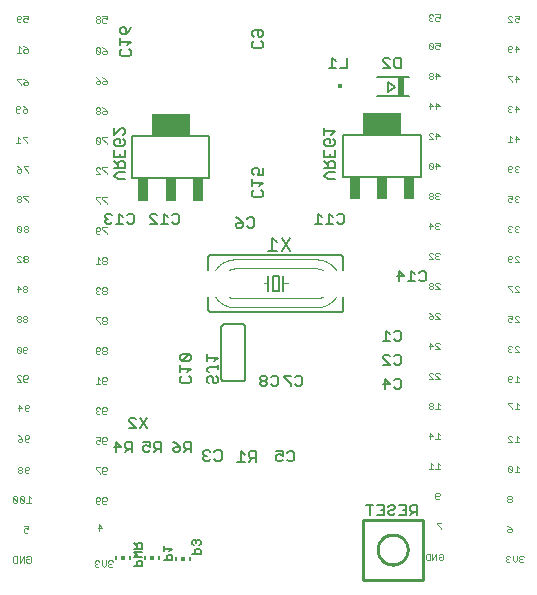
<source format=gbr>
G04 EAGLE Gerber RS-274X export*
G75*
%MOMM*%
%FSLAX34Y34*%
%LPD*%
%INSilkscreen Bottom*%
%IPPOS*%
%AMOC8*
5,1,8,0,0,1.08239X$1,22.5*%
G01*
%ADD10C,0.076200*%
%ADD11C,0.127000*%
%ADD12C,0.152400*%
%ADD13R,0.400000X0.300000*%
%ADD14R,0.150000X0.300000*%
%ADD15R,0.300000X0.300000*%
%ADD16C,0.218400*%
%ADD17C,0.203200*%
%ADD18R,3.200400X1.854200*%
%ADD19R,0.863600X1.854200*%
%ADD20C,0.050800*%
%ADD21R,0.500000X1.600000*%


D10*
X12570Y479176D02*
X16129Y479176D01*
X16129Y476506D01*
X14350Y477396D01*
X13460Y477396D01*
X12570Y476506D01*
X12570Y474727D01*
X13460Y473837D01*
X15239Y473837D01*
X16129Y474727D01*
X10516Y474727D02*
X9626Y473837D01*
X7847Y473837D01*
X6957Y474727D01*
X6957Y478286D01*
X7847Y479176D01*
X9626Y479176D01*
X10516Y478286D01*
X10516Y477396D01*
X9626Y476506D01*
X6957Y476506D01*
X12570Y453522D02*
X14350Y452632D01*
X16129Y450852D01*
X16129Y449073D01*
X15239Y448183D01*
X13460Y448183D01*
X12570Y449073D01*
X12570Y449963D01*
X13460Y450852D01*
X16129Y450852D01*
X10516Y451742D02*
X8736Y453522D01*
X8736Y448183D01*
X6957Y448183D02*
X10516Y448183D01*
X12570Y425836D02*
X14350Y424946D01*
X16129Y423166D01*
X16129Y421387D01*
X15239Y420497D01*
X13460Y420497D01*
X12570Y421387D01*
X12570Y422277D01*
X13460Y423166D01*
X16129Y423166D01*
X10516Y425836D02*
X6957Y425836D01*
X6957Y424946D01*
X10516Y421387D01*
X10516Y420497D01*
X12062Y402722D02*
X13842Y401832D01*
X15621Y400052D01*
X15621Y398273D01*
X14731Y397383D01*
X12952Y397383D01*
X12062Y398273D01*
X12062Y399163D01*
X12952Y400052D01*
X15621Y400052D01*
X10008Y398273D02*
X9118Y397383D01*
X7339Y397383D01*
X6449Y398273D01*
X6449Y401832D01*
X7339Y402722D01*
X9118Y402722D01*
X10008Y401832D01*
X10008Y400942D01*
X9118Y400052D01*
X6449Y400052D01*
X12062Y377068D02*
X15621Y377068D01*
X12062Y377068D02*
X12062Y376178D01*
X15621Y372619D01*
X15621Y371729D01*
X10008Y375288D02*
X8228Y377068D01*
X8228Y371729D01*
X6449Y371729D02*
X10008Y371729D01*
X12824Y351922D02*
X16383Y351922D01*
X12824Y351922D02*
X12824Y351032D01*
X16383Y347473D01*
X16383Y346583D01*
X8990Y351032D02*
X7211Y351922D01*
X8990Y351032D02*
X10770Y349252D01*
X10770Y347473D01*
X9880Y346583D01*
X8101Y346583D01*
X7211Y347473D01*
X7211Y348363D01*
X8101Y349252D01*
X10770Y349252D01*
X12570Y326776D02*
X16129Y326776D01*
X12570Y326776D02*
X12570Y325886D01*
X16129Y322327D01*
X16129Y321437D01*
X10516Y325886D02*
X9626Y326776D01*
X7847Y326776D01*
X6957Y325886D01*
X6957Y324996D01*
X7847Y324106D01*
X6957Y323217D01*
X6957Y322327D01*
X7847Y321437D01*
X9626Y321437D01*
X10516Y322327D01*
X10516Y323217D01*
X9626Y324106D01*
X10516Y324996D01*
X10516Y325886D01*
X9626Y324106D02*
X7847Y324106D01*
X15493Y301376D02*
X16383Y300486D01*
X15493Y301376D02*
X13714Y301376D01*
X12824Y300486D01*
X12824Y299596D01*
X13714Y298706D01*
X12824Y297817D01*
X12824Y296927D01*
X13714Y296037D01*
X15493Y296037D01*
X16383Y296927D01*
X16383Y297817D01*
X15493Y298706D01*
X16383Y299596D01*
X16383Y300486D01*
X15493Y298706D02*
X13714Y298706D01*
X10770Y296927D02*
X10770Y300486D01*
X9880Y301376D01*
X8101Y301376D01*
X7211Y300486D01*
X7211Y296927D01*
X8101Y296037D01*
X9880Y296037D01*
X10770Y296927D01*
X7211Y300486D01*
X15239Y276230D02*
X16129Y275340D01*
X15239Y276230D02*
X13460Y276230D01*
X12570Y275340D01*
X12570Y274450D01*
X13460Y273560D01*
X12570Y272671D01*
X12570Y271781D01*
X13460Y270891D01*
X15239Y270891D01*
X16129Y271781D01*
X16129Y272671D01*
X15239Y273560D01*
X16129Y274450D01*
X16129Y275340D01*
X15239Y273560D02*
X13460Y273560D01*
X10516Y270891D02*
X6957Y270891D01*
X10516Y270891D02*
X6957Y274450D01*
X6957Y275340D01*
X7847Y276230D01*
X9626Y276230D01*
X10516Y275340D01*
X14985Y250830D02*
X15875Y249940D01*
X14985Y250830D02*
X13206Y250830D01*
X12316Y249940D01*
X12316Y249050D01*
X13206Y248160D01*
X12316Y247271D01*
X12316Y246381D01*
X13206Y245491D01*
X14985Y245491D01*
X15875Y246381D01*
X15875Y247271D01*
X14985Y248160D01*
X15875Y249050D01*
X15875Y249940D01*
X14985Y248160D02*
X13206Y248160D01*
X7593Y245491D02*
X7593Y250830D01*
X10262Y248160D01*
X6703Y248160D01*
X14985Y225176D02*
X15875Y224286D01*
X14985Y225176D02*
X13206Y225176D01*
X12316Y224286D01*
X12316Y223396D01*
X13206Y222506D01*
X12316Y221617D01*
X12316Y220727D01*
X13206Y219837D01*
X14985Y219837D01*
X15875Y220727D01*
X15875Y221617D01*
X14985Y222506D01*
X15875Y223396D01*
X15875Y224286D01*
X14985Y222506D02*
X13206Y222506D01*
X10262Y224286D02*
X9372Y225176D01*
X7593Y225176D01*
X6703Y224286D01*
X6703Y223396D01*
X7593Y222506D01*
X6703Y221617D01*
X6703Y220727D01*
X7593Y219837D01*
X9372Y219837D01*
X10262Y220727D01*
X10262Y221617D01*
X9372Y222506D01*
X10262Y223396D01*
X10262Y224286D01*
X9372Y222506D02*
X7593Y222506D01*
X15875Y194819D02*
X14985Y193929D01*
X13206Y193929D01*
X12316Y194819D01*
X12316Y198378D01*
X13206Y199268D01*
X14985Y199268D01*
X15875Y198378D01*
X15875Y197488D01*
X14985Y196598D01*
X12316Y196598D01*
X10262Y194819D02*
X10262Y198378D01*
X9372Y199268D01*
X7593Y199268D01*
X6703Y198378D01*
X6703Y194819D01*
X7593Y193929D01*
X9372Y193929D01*
X10262Y194819D01*
X6703Y198378D01*
X16129Y170435D02*
X15239Y169545D01*
X13460Y169545D01*
X12570Y170435D01*
X12570Y173994D01*
X13460Y174884D01*
X15239Y174884D01*
X16129Y173994D01*
X16129Y173104D01*
X15239Y172214D01*
X12570Y172214D01*
X10516Y169545D02*
X6957Y169545D01*
X10516Y169545D02*
X6957Y173104D01*
X6957Y173994D01*
X7847Y174884D01*
X9626Y174884D01*
X10516Y173994D01*
X17145Y145289D02*
X16255Y144399D01*
X14476Y144399D01*
X13586Y145289D01*
X13586Y148848D01*
X14476Y149738D01*
X16255Y149738D01*
X17145Y148848D01*
X17145Y147958D01*
X16255Y147068D01*
X13586Y147068D01*
X8863Y144399D02*
X8863Y149738D01*
X11532Y147068D01*
X7973Y147068D01*
X17145Y119635D02*
X16255Y118745D01*
X14476Y118745D01*
X13586Y119635D01*
X13586Y123194D01*
X14476Y124084D01*
X16255Y124084D01*
X17145Y123194D01*
X17145Y122304D01*
X16255Y121414D01*
X13586Y121414D01*
X9752Y123194D02*
X7973Y124084D01*
X9752Y123194D02*
X11532Y121414D01*
X11532Y119635D01*
X10642Y118745D01*
X8863Y118745D01*
X7973Y119635D01*
X7973Y120525D01*
X8863Y121414D01*
X11532Y121414D01*
X17145Y93219D02*
X16255Y92329D01*
X14476Y92329D01*
X13586Y93219D01*
X13586Y96778D01*
X14476Y97668D01*
X16255Y97668D01*
X17145Y96778D01*
X17145Y95888D01*
X16255Y94998D01*
X13586Y94998D01*
X11532Y96778D02*
X10642Y97668D01*
X8863Y97668D01*
X7973Y96778D01*
X7973Y95888D01*
X8863Y94998D01*
X7973Y94109D01*
X7973Y93219D01*
X8863Y92329D01*
X10642Y92329D01*
X11532Y93219D01*
X11532Y94109D01*
X10642Y94998D01*
X11532Y95888D01*
X11532Y96778D01*
X10642Y94998D02*
X8863Y94998D01*
X16890Y72522D02*
X18669Y70742D01*
X16890Y72522D02*
X16890Y67183D01*
X18669Y67183D02*
X15110Y67183D01*
X13056Y68073D02*
X13056Y71632D01*
X12166Y72522D01*
X10387Y72522D01*
X9497Y71632D01*
X9497Y68073D01*
X10387Y67183D01*
X12166Y67183D01*
X13056Y68073D01*
X9497Y71632D01*
X7443Y71632D02*
X7443Y68073D01*
X7443Y71632D02*
X6553Y72522D01*
X4774Y72522D01*
X3884Y71632D01*
X3884Y68073D01*
X4774Y67183D01*
X6553Y67183D01*
X7443Y68073D01*
X3884Y71632D01*
X13078Y47122D02*
X16637Y47122D01*
X16637Y44452D01*
X14858Y45342D01*
X13968Y45342D01*
X13078Y44452D01*
X13078Y42673D01*
X13968Y41783D01*
X15747Y41783D01*
X16637Y42673D01*
X16000Y21722D02*
X15110Y20832D01*
X16000Y21722D02*
X17779Y21722D01*
X18669Y20832D01*
X18669Y17273D01*
X17779Y16383D01*
X16000Y16383D01*
X15110Y17273D01*
X15110Y19052D01*
X16890Y19052D01*
X13056Y16383D02*
X13056Y21722D01*
X9497Y16383D01*
X9497Y21722D01*
X7443Y21722D02*
X7443Y16383D01*
X4774Y16383D01*
X3884Y17273D01*
X3884Y20832D01*
X4774Y21722D01*
X7443Y21722D01*
X79372Y478922D02*
X82931Y478922D01*
X82931Y476252D01*
X81152Y477142D01*
X80262Y477142D01*
X79372Y476252D01*
X79372Y474473D01*
X80262Y473583D01*
X82041Y473583D01*
X82931Y474473D01*
X77318Y478032D02*
X76428Y478922D01*
X74649Y478922D01*
X73759Y478032D01*
X73759Y477142D01*
X74649Y476252D01*
X73759Y475363D01*
X73759Y474473D01*
X74649Y473583D01*
X76428Y473583D01*
X77318Y474473D01*
X77318Y475363D01*
X76428Y476252D01*
X77318Y477142D01*
X77318Y478032D01*
X76428Y476252D02*
X74649Y476252D01*
X79372Y452506D02*
X81152Y451616D01*
X82931Y449836D01*
X82931Y448057D01*
X82041Y447167D01*
X80262Y447167D01*
X79372Y448057D01*
X79372Y448947D01*
X80262Y449836D01*
X82931Y449836D01*
X77318Y448057D02*
X77318Y451616D01*
X76428Y452506D01*
X74649Y452506D01*
X73759Y451616D01*
X73759Y448057D01*
X74649Y447167D01*
X76428Y447167D01*
X77318Y448057D01*
X73759Y451616D01*
X79372Y427106D02*
X81152Y426216D01*
X82931Y424436D01*
X82931Y422657D01*
X82041Y421767D01*
X80262Y421767D01*
X79372Y422657D01*
X79372Y423547D01*
X80262Y424436D01*
X82931Y424436D01*
X75538Y426216D02*
X73759Y427106D01*
X75538Y426216D02*
X77318Y424436D01*
X77318Y422657D01*
X76428Y421767D01*
X74649Y421767D01*
X73759Y422657D01*
X73759Y423547D01*
X74649Y424436D01*
X77318Y424436D01*
X79372Y401706D02*
X81152Y400816D01*
X82931Y399036D01*
X82931Y397257D01*
X82041Y396367D01*
X80262Y396367D01*
X79372Y397257D01*
X79372Y398147D01*
X80262Y399036D01*
X82931Y399036D01*
X77318Y400816D02*
X76428Y401706D01*
X74649Y401706D01*
X73759Y400816D01*
X73759Y399926D01*
X74649Y399036D01*
X73759Y398147D01*
X73759Y397257D01*
X74649Y396367D01*
X76428Y396367D01*
X77318Y397257D01*
X77318Y398147D01*
X76428Y399036D01*
X77318Y399926D01*
X77318Y400816D01*
X76428Y399036D02*
X74649Y399036D01*
X79372Y376306D02*
X82931Y376306D01*
X79372Y376306D02*
X79372Y375416D01*
X82931Y371857D01*
X82931Y370967D01*
X77318Y371857D02*
X77318Y375416D01*
X76428Y376306D01*
X74649Y376306D01*
X73759Y375416D01*
X73759Y371857D01*
X74649Y370967D01*
X76428Y370967D01*
X77318Y371857D01*
X73759Y375416D01*
X79372Y350906D02*
X82931Y350906D01*
X79372Y350906D02*
X79372Y350016D01*
X82931Y346457D01*
X82931Y345567D01*
X77318Y345567D02*
X73759Y345567D01*
X77318Y345567D02*
X73759Y349126D01*
X73759Y350016D01*
X74649Y350906D01*
X76428Y350906D01*
X77318Y350016D01*
X79372Y325506D02*
X82931Y325506D01*
X79372Y325506D02*
X79372Y324616D01*
X82931Y321057D01*
X82931Y320167D01*
X77318Y325506D02*
X73759Y325506D01*
X73759Y324616D01*
X77318Y321057D01*
X77318Y320167D01*
X79372Y300106D02*
X82931Y300106D01*
X79372Y300106D02*
X79372Y299216D01*
X82931Y295657D01*
X82931Y294767D01*
X77318Y295657D02*
X76428Y294767D01*
X74649Y294767D01*
X73759Y295657D01*
X73759Y299216D01*
X74649Y300106D01*
X76428Y300106D01*
X77318Y299216D01*
X77318Y298326D01*
X76428Y297436D01*
X73759Y297436D01*
X82041Y274706D02*
X82931Y273816D01*
X82041Y274706D02*
X80262Y274706D01*
X79372Y273816D01*
X79372Y272926D01*
X80262Y272036D01*
X79372Y271147D01*
X79372Y270257D01*
X80262Y269367D01*
X82041Y269367D01*
X82931Y270257D01*
X82931Y271147D01*
X82041Y272036D01*
X82931Y272926D01*
X82931Y273816D01*
X82041Y272036D02*
X80262Y272036D01*
X77318Y272926D02*
X75538Y274706D01*
X75538Y269367D01*
X73759Y269367D02*
X77318Y269367D01*
X82041Y249306D02*
X82931Y248416D01*
X82041Y249306D02*
X80262Y249306D01*
X79372Y248416D01*
X79372Y247526D01*
X80262Y246636D01*
X79372Y245747D01*
X79372Y244857D01*
X80262Y243967D01*
X82041Y243967D01*
X82931Y244857D01*
X82931Y245747D01*
X82041Y246636D01*
X82931Y247526D01*
X82931Y248416D01*
X82041Y246636D02*
X80262Y246636D01*
X77318Y248416D02*
X76428Y249306D01*
X74649Y249306D01*
X73759Y248416D01*
X73759Y247526D01*
X74649Y246636D01*
X75538Y246636D01*
X74649Y246636D02*
X73759Y245747D01*
X73759Y244857D01*
X74649Y243967D01*
X76428Y243967D01*
X77318Y244857D01*
X82041Y223906D02*
X82931Y223016D01*
X82041Y223906D02*
X80262Y223906D01*
X79372Y223016D01*
X79372Y222126D01*
X80262Y221236D01*
X79372Y220347D01*
X79372Y219457D01*
X80262Y218567D01*
X82041Y218567D01*
X82931Y219457D01*
X82931Y220347D01*
X82041Y221236D01*
X82931Y222126D01*
X82931Y223016D01*
X82041Y221236D02*
X80262Y221236D01*
X77318Y223906D02*
X73759Y223906D01*
X73759Y223016D01*
X77318Y219457D01*
X77318Y218567D01*
X82041Y198506D02*
X82931Y197616D01*
X82041Y198506D02*
X80262Y198506D01*
X79372Y197616D01*
X79372Y196726D01*
X80262Y195836D01*
X79372Y194947D01*
X79372Y194057D01*
X80262Y193167D01*
X82041Y193167D01*
X82931Y194057D01*
X82931Y194947D01*
X82041Y195836D01*
X82931Y196726D01*
X82931Y197616D01*
X82041Y195836D02*
X80262Y195836D01*
X77318Y194057D02*
X76428Y193167D01*
X74649Y193167D01*
X73759Y194057D01*
X73759Y197616D01*
X74649Y198506D01*
X76428Y198506D01*
X77318Y197616D01*
X77318Y196726D01*
X76428Y195836D01*
X73759Y195836D01*
X82931Y168657D02*
X82041Y167767D01*
X80262Y167767D01*
X79372Y168657D01*
X79372Y172216D01*
X80262Y173106D01*
X82041Y173106D01*
X82931Y172216D01*
X82931Y171326D01*
X82041Y170436D01*
X79372Y170436D01*
X77318Y171326D02*
X75538Y173106D01*
X75538Y167767D01*
X73759Y167767D02*
X77318Y167767D01*
X82931Y143257D02*
X82041Y142367D01*
X80262Y142367D01*
X79372Y143257D01*
X79372Y146816D01*
X80262Y147706D01*
X82041Y147706D01*
X82931Y146816D01*
X82931Y145926D01*
X82041Y145036D01*
X79372Y145036D01*
X77318Y146816D02*
X76428Y147706D01*
X74649Y147706D01*
X73759Y146816D01*
X73759Y145926D01*
X74649Y145036D01*
X75538Y145036D01*
X74649Y145036D02*
X73759Y144147D01*
X73759Y143257D01*
X74649Y142367D01*
X76428Y142367D01*
X77318Y143257D01*
X82931Y117857D02*
X82041Y116967D01*
X80262Y116967D01*
X79372Y117857D01*
X79372Y121416D01*
X80262Y122306D01*
X82041Y122306D01*
X82931Y121416D01*
X82931Y120526D01*
X82041Y119636D01*
X79372Y119636D01*
X77318Y122306D02*
X73759Y122306D01*
X77318Y122306D02*
X77318Y119636D01*
X75538Y120526D01*
X74649Y120526D01*
X73759Y119636D01*
X73759Y117857D01*
X74649Y116967D01*
X76428Y116967D01*
X77318Y117857D01*
X82931Y92457D02*
X82041Y91567D01*
X80262Y91567D01*
X79372Y92457D01*
X79372Y96016D01*
X80262Y96906D01*
X82041Y96906D01*
X82931Y96016D01*
X82931Y95126D01*
X82041Y94236D01*
X79372Y94236D01*
X77318Y96906D02*
X73759Y96906D01*
X73759Y96016D01*
X77318Y92457D01*
X77318Y91567D01*
X82931Y67057D02*
X82041Y66167D01*
X80262Y66167D01*
X79372Y67057D01*
X79372Y70616D01*
X80262Y71506D01*
X82041Y71506D01*
X82931Y70616D01*
X82931Y69726D01*
X82041Y68836D01*
X79372Y68836D01*
X77318Y67057D02*
X76428Y66167D01*
X74649Y66167D01*
X73759Y67057D01*
X73759Y70616D01*
X74649Y71506D01*
X76428Y71506D01*
X77318Y70616D01*
X77318Y69726D01*
X76428Y68836D01*
X73759Y68836D01*
X76452Y48646D02*
X76452Y43307D01*
X79121Y45976D02*
X76452Y48646D01*
X75562Y45976D02*
X79121Y45976D01*
X87121Y18166D02*
X88011Y17276D01*
X87121Y18166D02*
X85342Y18166D01*
X84452Y17276D01*
X84452Y16386D01*
X85342Y15496D01*
X86232Y15496D01*
X85342Y15496D02*
X84452Y14607D01*
X84452Y13717D01*
X85342Y12827D01*
X87121Y12827D01*
X88011Y13717D01*
X82398Y14607D02*
X82398Y18166D01*
X82398Y14607D02*
X80618Y12827D01*
X78839Y14607D01*
X78839Y18166D01*
X76785Y17276D02*
X75895Y18166D01*
X74116Y18166D01*
X73226Y17276D01*
X73226Y16386D01*
X74116Y15496D01*
X75005Y15496D01*
X74116Y15496D02*
X73226Y14607D01*
X73226Y13717D01*
X74116Y12827D01*
X75895Y12827D01*
X76785Y13717D01*
X364181Y22610D02*
X365071Y23500D01*
X366851Y23500D01*
X367740Y22610D01*
X367740Y19051D01*
X366851Y18161D01*
X365071Y18161D01*
X364181Y19051D01*
X364181Y20830D01*
X365961Y20830D01*
X362127Y18161D02*
X362127Y23500D01*
X358568Y18161D01*
X358568Y23500D01*
X356514Y23500D02*
X356514Y18161D01*
X353845Y18161D01*
X352955Y19051D01*
X352955Y22610D01*
X353845Y23500D01*
X356514Y23500D01*
X361312Y480446D02*
X364871Y480446D01*
X364871Y477776D01*
X363092Y478666D01*
X362202Y478666D01*
X361312Y477776D01*
X361312Y475997D01*
X362202Y475107D01*
X363981Y475107D01*
X364871Y475997D01*
X359258Y479556D02*
X358368Y480446D01*
X356589Y480446D01*
X355699Y479556D01*
X355699Y478666D01*
X356589Y477776D01*
X357478Y477776D01*
X356589Y477776D02*
X355699Y476887D01*
X355699Y475997D01*
X356589Y475107D01*
X358368Y475107D01*
X359258Y475997D01*
X361312Y456316D02*
X364871Y456316D01*
X364871Y453646D01*
X363092Y454536D01*
X362202Y454536D01*
X361312Y453646D01*
X361312Y451867D01*
X362202Y450977D01*
X363981Y450977D01*
X364871Y451867D01*
X359258Y451867D02*
X359258Y455426D01*
X358368Y456316D01*
X356589Y456316D01*
X355699Y455426D01*
X355699Y451867D01*
X356589Y450977D01*
X358368Y450977D01*
X359258Y451867D01*
X355699Y455426D01*
X362202Y430916D02*
X362202Y425577D01*
X364871Y428246D02*
X362202Y430916D01*
X361312Y428246D02*
X364871Y428246D01*
X359258Y430026D02*
X358368Y430916D01*
X356589Y430916D01*
X355699Y430026D01*
X355699Y429136D01*
X356589Y428246D01*
X355699Y427357D01*
X355699Y426467D01*
X356589Y425577D01*
X358368Y425577D01*
X359258Y426467D01*
X359258Y427357D01*
X358368Y428246D01*
X359258Y429136D01*
X359258Y430026D01*
X358368Y428246D02*
X356589Y428246D01*
X362202Y405516D02*
X362202Y400177D01*
X364871Y402846D02*
X362202Y405516D01*
X361312Y402846D02*
X364871Y402846D01*
X356589Y400177D02*
X356589Y405516D01*
X359258Y402846D01*
X355699Y402846D01*
X362202Y380116D02*
X362202Y374777D01*
X364871Y377446D02*
X362202Y380116D01*
X361312Y377446D02*
X364871Y377446D01*
X359258Y374777D02*
X355699Y374777D01*
X359258Y374777D02*
X355699Y378336D01*
X355699Y379226D01*
X356589Y380116D01*
X358368Y380116D01*
X359258Y379226D01*
X362202Y354716D02*
X362202Y349377D01*
X364871Y352046D02*
X362202Y354716D01*
X361312Y352046D02*
X364871Y352046D01*
X359258Y350267D02*
X359258Y353826D01*
X358368Y354716D01*
X356589Y354716D01*
X355699Y353826D01*
X355699Y350267D01*
X356589Y349377D01*
X358368Y349377D01*
X359258Y350267D01*
X355699Y353826D01*
X363981Y329316D02*
X364871Y328426D01*
X363981Y329316D02*
X362202Y329316D01*
X361312Y328426D01*
X361312Y327536D01*
X362202Y326646D01*
X363092Y326646D01*
X362202Y326646D02*
X361312Y325757D01*
X361312Y324867D01*
X362202Y323977D01*
X363981Y323977D01*
X364871Y324867D01*
X359258Y328426D02*
X358368Y329316D01*
X356589Y329316D01*
X355699Y328426D01*
X355699Y327536D01*
X356589Y326646D01*
X355699Y325757D01*
X355699Y324867D01*
X356589Y323977D01*
X358368Y323977D01*
X359258Y324867D01*
X359258Y325757D01*
X358368Y326646D01*
X359258Y327536D01*
X359258Y328426D01*
X358368Y326646D02*
X356589Y326646D01*
X363981Y303916D02*
X364871Y303026D01*
X363981Y303916D02*
X362202Y303916D01*
X361312Y303026D01*
X361312Y302136D01*
X362202Y301246D01*
X363092Y301246D01*
X362202Y301246D02*
X361312Y300357D01*
X361312Y299467D01*
X362202Y298577D01*
X363981Y298577D01*
X364871Y299467D01*
X356589Y298577D02*
X356589Y303916D01*
X359258Y301246D01*
X355699Y301246D01*
X363981Y278516D02*
X364871Y277626D01*
X363981Y278516D02*
X362202Y278516D01*
X361312Y277626D01*
X361312Y276736D01*
X362202Y275846D01*
X363092Y275846D01*
X362202Y275846D02*
X361312Y274957D01*
X361312Y274067D01*
X362202Y273177D01*
X363981Y273177D01*
X364871Y274067D01*
X359258Y273177D02*
X355699Y273177D01*
X359258Y273177D02*
X355699Y276736D01*
X355699Y277626D01*
X356589Y278516D01*
X358368Y278516D01*
X359258Y277626D01*
X361312Y247777D02*
X364871Y247777D01*
X361312Y251336D01*
X361312Y252226D01*
X362202Y253116D01*
X363981Y253116D01*
X364871Y252226D01*
X359258Y252226D02*
X358368Y253116D01*
X356589Y253116D01*
X355699Y252226D01*
X355699Y251336D01*
X356589Y250446D01*
X355699Y249557D01*
X355699Y248667D01*
X356589Y247777D01*
X358368Y247777D01*
X359258Y248667D01*
X359258Y249557D01*
X358368Y250446D01*
X359258Y251336D01*
X359258Y252226D01*
X358368Y250446D02*
X356589Y250446D01*
X361312Y222377D02*
X364871Y222377D01*
X361312Y225936D01*
X361312Y226826D01*
X362202Y227716D01*
X363981Y227716D01*
X364871Y226826D01*
X357478Y226826D02*
X355699Y227716D01*
X357478Y226826D02*
X359258Y225046D01*
X359258Y223267D01*
X358368Y222377D01*
X356589Y222377D01*
X355699Y223267D01*
X355699Y224157D01*
X356589Y225046D01*
X359258Y225046D01*
X361312Y196977D02*
X364871Y196977D01*
X361312Y200536D01*
X361312Y201426D01*
X362202Y202316D01*
X363981Y202316D01*
X364871Y201426D01*
X356589Y202316D02*
X356589Y196977D01*
X359258Y199646D02*
X356589Y202316D01*
X355699Y199646D02*
X359258Y199646D01*
X361312Y171577D02*
X364871Y171577D01*
X361312Y175136D01*
X361312Y176026D01*
X362202Y176916D01*
X363981Y176916D01*
X364871Y176026D01*
X359258Y171577D02*
X355699Y171577D01*
X359258Y171577D02*
X355699Y175136D01*
X355699Y176026D01*
X356589Y176916D01*
X358368Y176916D01*
X359258Y176026D01*
X363092Y151516D02*
X364871Y149736D01*
X363092Y151516D02*
X363092Y146177D01*
X364871Y146177D02*
X361312Y146177D01*
X359258Y150626D02*
X358368Y151516D01*
X356589Y151516D01*
X355699Y150626D01*
X355699Y149736D01*
X356589Y148846D01*
X355699Y147957D01*
X355699Y147067D01*
X356589Y146177D01*
X358368Y146177D01*
X359258Y147067D01*
X359258Y147957D01*
X358368Y148846D01*
X359258Y149736D01*
X359258Y150626D01*
X358368Y148846D02*
X356589Y148846D01*
X363092Y126116D02*
X364871Y124336D01*
X363092Y126116D02*
X363092Y120777D01*
X364871Y120777D02*
X361312Y120777D01*
X356589Y120777D02*
X356589Y126116D01*
X359258Y123446D01*
X355699Y123446D01*
X363092Y100716D02*
X364871Y98936D01*
X363092Y100716D02*
X363092Y95377D01*
X364871Y95377D02*
X361312Y95377D01*
X359258Y98936D02*
X357478Y100716D01*
X357478Y95377D01*
X355699Y95377D02*
X359258Y95377D01*
X364871Y70867D02*
X363981Y69977D01*
X362202Y69977D01*
X361312Y70867D01*
X361312Y74426D01*
X362202Y75316D01*
X363981Y75316D01*
X364871Y74426D01*
X364871Y73536D01*
X363981Y72646D01*
X361312Y72646D01*
X362582Y49916D02*
X366141Y49916D01*
X362582Y49916D02*
X362582Y49026D01*
X366141Y45467D01*
X366141Y44577D01*
X366141Y49916D02*
X362582Y49916D01*
X362582Y49026D01*
X366141Y45467D01*
X366141Y44577D01*
X435101Y21976D02*
X435991Y21086D01*
X435101Y21976D02*
X433322Y21976D01*
X432432Y21086D01*
X432432Y20196D01*
X433322Y19306D01*
X434212Y19306D01*
X433322Y19306D02*
X432432Y18417D01*
X432432Y17527D01*
X433322Y16637D01*
X435101Y16637D01*
X435991Y17527D01*
X430378Y18417D02*
X430378Y21976D01*
X430378Y18417D02*
X428598Y16637D01*
X426819Y18417D01*
X426819Y21976D01*
X424765Y21086D02*
X423875Y21976D01*
X422096Y21976D01*
X421206Y21086D01*
X421206Y20196D01*
X422096Y19306D01*
X422985Y19306D01*
X422096Y19306D02*
X421206Y18417D01*
X421206Y17527D01*
X422096Y16637D01*
X423875Y16637D01*
X424765Y17527D01*
X428622Y479176D02*
X432181Y479176D01*
X432181Y476506D01*
X430402Y477396D01*
X429512Y477396D01*
X428622Y476506D01*
X428622Y474727D01*
X429512Y473837D01*
X431291Y473837D01*
X432181Y474727D01*
X426568Y473837D02*
X423009Y473837D01*
X426568Y473837D02*
X423009Y477396D01*
X423009Y478286D01*
X423899Y479176D01*
X425678Y479176D01*
X426568Y478286D01*
X429512Y453776D02*
X429512Y448437D01*
X432181Y451106D02*
X429512Y453776D01*
X428622Y451106D02*
X432181Y451106D01*
X426568Y449327D02*
X425678Y448437D01*
X423899Y448437D01*
X423009Y449327D01*
X423009Y452886D01*
X423899Y453776D01*
X425678Y453776D01*
X426568Y452886D01*
X426568Y451996D01*
X425678Y451106D01*
X423009Y451106D01*
X429512Y428376D02*
X429512Y423037D01*
X432181Y425706D02*
X429512Y428376D01*
X428622Y425706D02*
X432181Y425706D01*
X426568Y428376D02*
X423009Y428376D01*
X423009Y427486D01*
X426568Y423927D01*
X426568Y423037D01*
X429512Y402976D02*
X429512Y397637D01*
X432181Y400306D02*
X429512Y402976D01*
X428622Y400306D02*
X432181Y400306D01*
X426568Y402086D02*
X425678Y402976D01*
X423899Y402976D01*
X423009Y402086D01*
X423009Y401196D01*
X423899Y400306D01*
X424788Y400306D01*
X423899Y400306D02*
X423009Y399417D01*
X423009Y398527D01*
X423899Y397637D01*
X425678Y397637D01*
X426568Y398527D01*
X429512Y377576D02*
X429512Y372237D01*
X432181Y374906D02*
X429512Y377576D01*
X428622Y374906D02*
X432181Y374906D01*
X426568Y375796D02*
X424788Y377576D01*
X424788Y372237D01*
X423009Y372237D02*
X426568Y372237D01*
X431291Y352176D02*
X432181Y351286D01*
X431291Y352176D02*
X429512Y352176D01*
X428622Y351286D01*
X428622Y350396D01*
X429512Y349506D01*
X430402Y349506D01*
X429512Y349506D02*
X428622Y348617D01*
X428622Y347727D01*
X429512Y346837D01*
X431291Y346837D01*
X432181Y347727D01*
X426568Y347727D02*
X425678Y346837D01*
X423899Y346837D01*
X423009Y347727D01*
X423009Y351286D01*
X423899Y352176D01*
X425678Y352176D01*
X426568Y351286D01*
X426568Y350396D01*
X425678Y349506D01*
X423009Y349506D01*
X431291Y326776D02*
X432181Y325886D01*
X431291Y326776D02*
X429512Y326776D01*
X428622Y325886D01*
X428622Y324996D01*
X429512Y324106D01*
X430402Y324106D01*
X429512Y324106D02*
X428622Y323217D01*
X428622Y322327D01*
X429512Y321437D01*
X431291Y321437D01*
X432181Y322327D01*
X426568Y326776D02*
X423009Y326776D01*
X426568Y326776D02*
X426568Y324106D01*
X424788Y324996D01*
X423899Y324996D01*
X423009Y324106D01*
X423009Y322327D01*
X423899Y321437D01*
X425678Y321437D01*
X426568Y322327D01*
X431291Y301376D02*
X432181Y300486D01*
X431291Y301376D02*
X429512Y301376D01*
X428622Y300486D01*
X428622Y299596D01*
X429512Y298706D01*
X430402Y298706D01*
X429512Y298706D02*
X428622Y297817D01*
X428622Y296927D01*
X429512Y296037D01*
X431291Y296037D01*
X432181Y296927D01*
X426568Y300486D02*
X425678Y301376D01*
X423899Y301376D01*
X423009Y300486D01*
X423009Y299596D01*
X423899Y298706D01*
X424788Y298706D01*
X423899Y298706D02*
X423009Y297817D01*
X423009Y296927D01*
X423899Y296037D01*
X425678Y296037D01*
X426568Y296927D01*
X428622Y270637D02*
X432181Y270637D01*
X428622Y274196D01*
X428622Y275086D01*
X429512Y275976D01*
X431291Y275976D01*
X432181Y275086D01*
X426568Y271527D02*
X425678Y270637D01*
X423899Y270637D01*
X423009Y271527D01*
X423009Y275086D01*
X423899Y275976D01*
X425678Y275976D01*
X426568Y275086D01*
X426568Y274196D01*
X425678Y273306D01*
X423009Y273306D01*
X428622Y245237D02*
X432181Y245237D01*
X428622Y248796D01*
X428622Y249686D01*
X429512Y250576D01*
X431291Y250576D01*
X432181Y249686D01*
X426568Y250576D02*
X423009Y250576D01*
X423009Y249686D01*
X426568Y246127D01*
X426568Y245237D01*
X428622Y219837D02*
X432181Y219837D01*
X428622Y223396D01*
X428622Y224286D01*
X429512Y225176D01*
X431291Y225176D01*
X432181Y224286D01*
X426568Y225176D02*
X423009Y225176D01*
X426568Y225176D02*
X426568Y222506D01*
X424788Y223396D01*
X423899Y223396D01*
X423009Y222506D01*
X423009Y220727D01*
X423899Y219837D01*
X425678Y219837D01*
X426568Y220727D01*
X428622Y194437D02*
X432181Y194437D01*
X428622Y197996D01*
X428622Y198886D01*
X429512Y199776D01*
X431291Y199776D01*
X432181Y198886D01*
X426568Y198886D02*
X425678Y199776D01*
X423899Y199776D01*
X423009Y198886D01*
X423009Y197996D01*
X423899Y197106D01*
X424788Y197106D01*
X423899Y197106D02*
X423009Y196217D01*
X423009Y195327D01*
X423899Y194437D01*
X425678Y194437D01*
X426568Y195327D01*
X430402Y174376D02*
X432181Y172596D01*
X430402Y174376D02*
X430402Y169037D01*
X432181Y169037D02*
X428622Y169037D01*
X426568Y169927D02*
X425678Y169037D01*
X423899Y169037D01*
X423009Y169927D01*
X423009Y173486D01*
X423899Y174376D01*
X425678Y174376D01*
X426568Y173486D01*
X426568Y172596D01*
X425678Y171706D01*
X423009Y171706D01*
X430402Y151516D02*
X432181Y149736D01*
X430402Y151516D02*
X430402Y146177D01*
X432181Y146177D02*
X428622Y146177D01*
X426568Y151516D02*
X423009Y151516D01*
X423009Y150626D01*
X426568Y147067D01*
X426568Y146177D01*
X430402Y123576D02*
X432181Y121796D01*
X430402Y123576D02*
X430402Y118237D01*
X432181Y118237D02*
X428622Y118237D01*
X426568Y118237D02*
X423009Y118237D01*
X426568Y118237D02*
X423009Y121796D01*
X423009Y122686D01*
X423899Y123576D01*
X425678Y123576D01*
X426568Y122686D01*
X430402Y98176D02*
X432181Y96396D01*
X430402Y98176D02*
X430402Y92837D01*
X432181Y92837D02*
X428622Y92837D01*
X426568Y93727D02*
X426568Y97286D01*
X425678Y98176D01*
X423899Y98176D01*
X423009Y97286D01*
X423009Y93727D01*
X423899Y92837D01*
X425678Y92837D01*
X426568Y93727D01*
X423009Y97286D01*
X424941Y72776D02*
X425831Y71886D01*
X424941Y72776D02*
X423162Y72776D01*
X422272Y71886D01*
X422272Y70996D01*
X423162Y70106D01*
X422272Y69217D01*
X422272Y68327D01*
X423162Y67437D01*
X424941Y67437D01*
X425831Y68327D01*
X425831Y69217D01*
X424941Y70106D01*
X425831Y70996D01*
X425831Y71886D01*
X424941Y70106D02*
X423162Y70106D01*
X422272Y47376D02*
X424052Y46486D01*
X425831Y44706D01*
X425831Y42927D01*
X424941Y42037D01*
X423162Y42037D01*
X422272Y42927D01*
X422272Y43817D01*
X423162Y44706D01*
X425831Y44706D01*
D11*
X112909Y13335D02*
X106045Y13335D01*
X112909Y13335D02*
X112909Y16767D01*
X111765Y17911D01*
X109477Y17911D01*
X108333Y16767D01*
X108333Y13335D01*
X106045Y20819D02*
X112909Y20819D01*
X108333Y23107D02*
X106045Y20819D01*
X108333Y23107D02*
X106045Y25395D01*
X112909Y25395D01*
X112909Y28303D02*
X106045Y28303D01*
X112909Y28303D02*
X112909Y31735D01*
X111765Y32879D01*
X109477Y32879D01*
X108333Y31735D01*
X108333Y28303D01*
X108333Y30591D02*
X106045Y32879D01*
X131445Y18415D02*
X138309Y18415D01*
X138309Y21847D01*
X137165Y22991D01*
X134877Y22991D01*
X133733Y21847D01*
X133733Y18415D01*
X136021Y25899D02*
X138309Y28187D01*
X131445Y28187D01*
X131445Y25899D02*
X131445Y30475D01*
X155575Y23495D02*
X162439Y23495D01*
X162439Y26927D01*
X161295Y28071D01*
X159007Y28071D01*
X157863Y26927D01*
X157863Y23495D01*
X161295Y30979D02*
X162439Y32123D01*
X162439Y34411D01*
X161295Y35555D01*
X160151Y35555D01*
X159007Y34411D01*
X159007Y33267D01*
X159007Y34411D02*
X157863Y35555D01*
X156719Y35555D01*
X155575Y34411D01*
X155575Y32123D01*
X156719Y30979D01*
D12*
X345948Y56642D02*
X345948Y65285D01*
X341626Y65285D01*
X340186Y63845D01*
X340186Y60964D01*
X341626Y59523D01*
X345948Y59523D01*
X343067Y59523D02*
X340186Y56642D01*
X336593Y65285D02*
X330831Y65285D01*
X336593Y65285D02*
X336593Y56642D01*
X330831Y56642D01*
X333712Y60964D02*
X336593Y60964D01*
X322916Y65285D02*
X321475Y63845D01*
X322916Y65285D02*
X325797Y65285D01*
X327238Y63845D01*
X327238Y62404D01*
X325797Y60964D01*
X322916Y60964D01*
X321475Y59523D01*
X321475Y58083D01*
X322916Y56642D01*
X325797Y56642D01*
X327238Y58083D01*
X317882Y65285D02*
X312120Y65285D01*
X317882Y65285D02*
X317882Y56642D01*
X312120Y56642D01*
X315001Y60964D02*
X317882Y60964D01*
X305646Y56642D02*
X305646Y65285D01*
X308527Y65285D02*
X302765Y65285D01*
D11*
X326173Y211250D02*
X327656Y212733D01*
X330622Y212733D01*
X332105Y211250D01*
X332105Y205318D01*
X330622Y203835D01*
X327656Y203835D01*
X326173Y205318D01*
X322750Y209767D02*
X319784Y212733D01*
X319784Y203835D01*
X322750Y203835D02*
X316818Y203835D01*
X327656Y192413D02*
X326173Y190930D01*
X327656Y192413D02*
X330622Y192413D01*
X332105Y190930D01*
X332105Y184998D01*
X330622Y183515D01*
X327656Y183515D01*
X326173Y184998D01*
X322750Y183515D02*
X316818Y183515D01*
X322750Y183515D02*
X316818Y189447D01*
X316818Y190930D01*
X318301Y192413D01*
X321267Y192413D01*
X322750Y190930D01*
X175764Y111323D02*
X174281Y109840D01*
X175764Y111323D02*
X178730Y111323D01*
X180213Y109840D01*
X180213Y103908D01*
X178730Y102425D01*
X175764Y102425D01*
X174281Y103908D01*
X170858Y109840D02*
X169375Y111323D01*
X166409Y111323D01*
X164926Y109840D01*
X164926Y108357D01*
X166409Y106874D01*
X167892Y106874D01*
X166409Y106874D02*
X164926Y105391D01*
X164926Y103908D01*
X166409Y102425D01*
X169375Y102425D01*
X170858Y103908D01*
X326173Y170610D02*
X327656Y172093D01*
X330622Y172093D01*
X332105Y170610D01*
X332105Y164678D01*
X330622Y163195D01*
X327656Y163195D01*
X326173Y164678D01*
X318301Y163195D02*
X318301Y172093D01*
X322750Y167644D01*
X316818Y167644D01*
X237232Y111069D02*
X235749Y109586D01*
X237232Y111069D02*
X240198Y111069D01*
X241681Y109586D01*
X241681Y103654D01*
X240198Y102171D01*
X237232Y102171D01*
X235749Y103654D01*
X232326Y111069D02*
X226394Y111069D01*
X232326Y111069D02*
X232326Y106620D01*
X229360Y108103D01*
X227877Y108103D01*
X226394Y106620D01*
X226394Y103654D01*
X227877Y102171D01*
X230843Y102171D01*
X232326Y103654D01*
X201628Y307262D02*
X203111Y308745D01*
X206076Y308745D01*
X207559Y307262D01*
X207559Y301330D01*
X206076Y299847D01*
X203111Y299847D01*
X201628Y301330D01*
X195238Y307262D02*
X192272Y308745D01*
X195238Y307262D02*
X198204Y304296D01*
X198204Y301330D01*
X196721Y299847D01*
X193755Y299847D01*
X192272Y301330D01*
X192272Y302813D01*
X193755Y304296D01*
X198204Y304296D01*
X243836Y174633D02*
X242353Y173150D01*
X243836Y174633D02*
X246802Y174633D01*
X248285Y173150D01*
X248285Y167218D01*
X246802Y165735D01*
X243836Y165735D01*
X242353Y167218D01*
X238930Y174633D02*
X232998Y174633D01*
X232998Y173150D01*
X238930Y167218D01*
X238930Y165735D01*
X223516Y174633D02*
X222033Y173150D01*
X223516Y174633D02*
X226482Y174633D01*
X227965Y173150D01*
X227965Y167218D01*
X226482Y165735D01*
X223516Y165735D01*
X222033Y167218D01*
X218610Y173150D02*
X217127Y174633D01*
X214161Y174633D01*
X212678Y173150D01*
X212678Y171667D01*
X214161Y170184D01*
X212678Y168701D01*
X212678Y167218D01*
X214161Y165735D01*
X217127Y165735D01*
X218610Y167218D01*
X218610Y168701D01*
X217127Y170184D01*
X218610Y171667D01*
X218610Y173150D01*
X217127Y170184D02*
X214161Y170184D01*
X209042Y110752D02*
X209042Y101854D01*
X209042Y110752D02*
X204593Y110752D01*
X203110Y109269D01*
X203110Y106303D01*
X204593Y104820D01*
X209042Y104820D01*
X206076Y104820D02*
X203110Y101854D01*
X199687Y107786D02*
X196721Y110752D01*
X196721Y101854D01*
X199687Y101854D02*
X193755Y101854D01*
X215273Y456273D02*
X213790Y457756D01*
X215273Y456273D02*
X215273Y453308D01*
X213790Y451825D01*
X207858Y451825D01*
X206375Y453308D01*
X206375Y456273D01*
X207858Y457756D01*
X207858Y461180D02*
X206375Y462663D01*
X206375Y465629D01*
X207858Y467112D01*
X213790Y467112D01*
X215273Y465629D01*
X215273Y462663D01*
X213790Y461180D01*
X212307Y461180D01*
X210824Y462663D01*
X210824Y467112D01*
X152830Y174081D02*
X154313Y172598D01*
X154313Y169632D01*
X152830Y168149D01*
X146898Y168149D01*
X145415Y169632D01*
X145415Y172598D01*
X146898Y174081D01*
X151347Y177505D02*
X154313Y180470D01*
X145415Y180470D01*
X145415Y177505D02*
X145415Y183436D01*
X146898Y186860D02*
X152830Y186860D01*
X154313Y188343D01*
X154313Y191309D01*
X152830Y192792D01*
X146898Y192792D01*
X145415Y191309D01*
X145415Y188343D01*
X146898Y186860D01*
X152830Y192792D01*
X278039Y310310D02*
X279522Y311793D01*
X282488Y311793D01*
X283971Y310310D01*
X283971Y304378D01*
X282488Y302895D01*
X279522Y302895D01*
X278039Y304378D01*
X274615Y308827D02*
X271650Y311793D01*
X271650Y302895D01*
X274615Y302895D02*
X268684Y302895D01*
X265260Y308827D02*
X262294Y311793D01*
X262294Y302895D01*
X265260Y302895D02*
X259328Y302895D01*
X139822Y311793D02*
X138339Y310310D01*
X139822Y311793D02*
X142788Y311793D01*
X144271Y310310D01*
X144271Y304378D01*
X142788Y302895D01*
X139822Y302895D01*
X138339Y304378D01*
X134915Y308827D02*
X131950Y311793D01*
X131950Y302895D01*
X134915Y302895D02*
X128984Y302895D01*
X125560Y302895D02*
X119628Y302895D01*
X125560Y302895D02*
X119628Y308827D01*
X119628Y310310D01*
X121111Y311793D01*
X124077Y311793D01*
X125560Y310310D01*
X101722Y311793D02*
X100239Y310310D01*
X101722Y311793D02*
X104688Y311793D01*
X106171Y310310D01*
X106171Y304378D01*
X104688Y302895D01*
X101722Y302895D01*
X100239Y304378D01*
X96815Y308827D02*
X93850Y311793D01*
X93850Y302895D01*
X96815Y302895D02*
X90884Y302895D01*
X87460Y310310D02*
X85977Y311793D01*
X83011Y311793D01*
X81528Y310310D01*
X81528Y308827D01*
X83011Y307344D01*
X84494Y307344D01*
X83011Y307344D02*
X81528Y305861D01*
X81528Y304378D01*
X83011Y302895D01*
X85977Y302895D01*
X87460Y304378D01*
X347317Y261986D02*
X348800Y263469D01*
X351766Y263469D01*
X353249Y261986D01*
X353249Y256054D01*
X351766Y254571D01*
X348800Y254571D01*
X347317Y256054D01*
X343893Y260503D02*
X340928Y263469D01*
X340928Y254571D01*
X343893Y254571D02*
X337962Y254571D01*
X330089Y254571D02*
X330089Y263469D01*
X334538Y259020D01*
X328606Y259020D01*
D13*
X280479Y419544D03*
D11*
X286385Y434975D02*
X286385Y443873D01*
X286385Y434975D02*
X280453Y434975D01*
X277030Y440907D02*
X274064Y443873D01*
X274064Y434975D01*
X277030Y434975D02*
X271098Y434975D01*
X104459Y118752D02*
X104459Y109854D01*
X104459Y118752D02*
X100010Y118752D01*
X98527Y117269D01*
X98527Y114303D01*
X100010Y112820D01*
X104459Y112820D01*
X101493Y112820D02*
X98527Y109854D01*
X90655Y109854D02*
X90655Y118752D01*
X95104Y114303D01*
X89172Y114303D01*
X128841Y109855D02*
X128841Y118753D01*
X124392Y118753D01*
X122909Y117270D01*
X122909Y114304D01*
X124392Y112821D01*
X128841Y112821D01*
X125875Y112821D02*
X122909Y109855D01*
X119486Y118753D02*
X113554Y118753D01*
X119486Y118753D02*
X119486Y114304D01*
X116520Y115787D01*
X115037Y115787D01*
X113554Y114304D01*
X113554Y111338D01*
X115037Y109855D01*
X118003Y109855D01*
X119486Y111338D01*
X154304Y109983D02*
X154304Y118881D01*
X149855Y118881D01*
X148372Y117398D01*
X148372Y114432D01*
X149855Y112949D01*
X154304Y112949D01*
X151338Y112949D02*
X148372Y109983D01*
X141983Y117398D02*
X139017Y118881D01*
X141983Y117398D02*
X144949Y114432D01*
X144949Y111466D01*
X143466Y109983D01*
X140500Y109983D01*
X139017Y111466D01*
X139017Y112949D01*
X140500Y114432D01*
X144949Y114432D01*
X117135Y139073D02*
X111204Y130175D01*
X117135Y130175D02*
X111204Y139073D01*
X107780Y130175D02*
X101848Y130175D01*
X107780Y130175D02*
X101848Y136107D01*
X101848Y137590D01*
X103331Y139073D01*
X106297Y139073D01*
X107780Y137590D01*
D12*
X200406Y172466D02*
X200406Y215646D01*
X180086Y172466D02*
X180088Y172366D01*
X180094Y172267D01*
X180104Y172167D01*
X180117Y172069D01*
X180135Y171970D01*
X180156Y171873D01*
X180181Y171777D01*
X180210Y171681D01*
X180243Y171587D01*
X180279Y171494D01*
X180319Y171403D01*
X180363Y171313D01*
X180410Y171225D01*
X180460Y171139D01*
X180514Y171055D01*
X180571Y170973D01*
X180631Y170894D01*
X180695Y170816D01*
X180761Y170742D01*
X180830Y170670D01*
X180902Y170601D01*
X180976Y170535D01*
X181054Y170471D01*
X181133Y170411D01*
X181215Y170354D01*
X181299Y170300D01*
X181385Y170250D01*
X181473Y170203D01*
X181563Y170159D01*
X181654Y170119D01*
X181747Y170083D01*
X181841Y170050D01*
X181937Y170021D01*
X182033Y169996D01*
X182130Y169975D01*
X182229Y169957D01*
X182327Y169944D01*
X182427Y169934D01*
X182526Y169928D01*
X182626Y169926D01*
X180086Y215646D02*
X180088Y215746D01*
X180094Y215845D01*
X180104Y215945D01*
X180117Y216043D01*
X180135Y216142D01*
X180156Y216239D01*
X180181Y216335D01*
X180210Y216431D01*
X180243Y216525D01*
X180279Y216618D01*
X180319Y216709D01*
X180363Y216799D01*
X180410Y216887D01*
X180460Y216973D01*
X180514Y217057D01*
X180571Y217139D01*
X180631Y217218D01*
X180695Y217296D01*
X180761Y217370D01*
X180830Y217442D01*
X180902Y217511D01*
X180976Y217577D01*
X181054Y217641D01*
X181133Y217701D01*
X181215Y217758D01*
X181299Y217812D01*
X181385Y217862D01*
X181473Y217909D01*
X181563Y217953D01*
X181654Y217993D01*
X181747Y218029D01*
X181841Y218062D01*
X181937Y218091D01*
X182033Y218116D01*
X182130Y218137D01*
X182229Y218155D01*
X182327Y218168D01*
X182427Y218178D01*
X182526Y218184D01*
X182626Y218186D01*
X197866Y218186D02*
X197966Y218184D01*
X198065Y218178D01*
X198165Y218168D01*
X198263Y218155D01*
X198362Y218137D01*
X198459Y218116D01*
X198555Y218091D01*
X198651Y218062D01*
X198745Y218029D01*
X198838Y217993D01*
X198929Y217953D01*
X199019Y217909D01*
X199107Y217862D01*
X199193Y217812D01*
X199277Y217758D01*
X199359Y217701D01*
X199438Y217641D01*
X199516Y217577D01*
X199590Y217511D01*
X199662Y217442D01*
X199731Y217370D01*
X199797Y217296D01*
X199861Y217218D01*
X199921Y217139D01*
X199978Y217057D01*
X200032Y216973D01*
X200082Y216887D01*
X200129Y216799D01*
X200173Y216709D01*
X200213Y216618D01*
X200249Y216525D01*
X200282Y216431D01*
X200311Y216335D01*
X200336Y216239D01*
X200357Y216142D01*
X200375Y216043D01*
X200388Y215945D01*
X200398Y215845D01*
X200404Y215746D01*
X200406Y215646D01*
X200406Y172466D02*
X200404Y172366D01*
X200398Y172267D01*
X200388Y172167D01*
X200375Y172069D01*
X200357Y171970D01*
X200336Y171873D01*
X200311Y171777D01*
X200282Y171681D01*
X200249Y171587D01*
X200213Y171494D01*
X200173Y171403D01*
X200129Y171313D01*
X200082Y171225D01*
X200032Y171139D01*
X199978Y171055D01*
X199921Y170973D01*
X199861Y170894D01*
X199797Y170816D01*
X199731Y170742D01*
X199662Y170670D01*
X199590Y170601D01*
X199516Y170535D01*
X199438Y170471D01*
X199359Y170411D01*
X199277Y170354D01*
X199193Y170300D01*
X199107Y170250D01*
X199019Y170203D01*
X198929Y170159D01*
X198838Y170119D01*
X198745Y170083D01*
X198651Y170050D01*
X198555Y170021D01*
X198459Y169996D01*
X198362Y169975D01*
X198263Y169957D01*
X198165Y169944D01*
X198065Y169934D01*
X197966Y169928D01*
X197866Y169926D01*
X182626Y169926D01*
X182626Y218186D02*
X197866Y218186D01*
X180086Y215646D02*
X180086Y172466D01*
D11*
X177173Y172598D02*
X175690Y174081D01*
X177173Y172598D02*
X177173Y169632D01*
X175690Y168149D01*
X174207Y168149D01*
X172724Y169632D01*
X172724Y172598D01*
X171241Y174081D01*
X169758Y174081D01*
X168275Y172598D01*
X168275Y169632D01*
X169758Y168149D01*
X169758Y177505D02*
X168275Y178988D01*
X168275Y180470D01*
X169758Y181953D01*
X177173Y181953D01*
X177173Y180470D02*
X177173Y183436D01*
X174207Y186860D02*
X177173Y189826D01*
X168275Y189826D01*
X168275Y186860D02*
X168275Y192792D01*
D14*
X141320Y19836D03*
X153320Y19836D03*
D15*
X147320Y19836D03*
D14*
X115666Y19963D03*
X127666Y19963D03*
D15*
X121666Y19963D03*
D16*
X299720Y52832D02*
X350520Y52832D01*
X299720Y52832D02*
X299720Y2032D01*
X350520Y2032D01*
X350520Y52832D01*
X312420Y27432D02*
X312424Y27744D01*
X312435Y28055D01*
X312454Y28366D01*
X312481Y28677D01*
X312516Y28987D01*
X312557Y29295D01*
X312607Y29603D01*
X312664Y29910D01*
X312729Y30215D01*
X312801Y30518D01*
X312880Y30819D01*
X312967Y31119D01*
X313061Y31416D01*
X313162Y31711D01*
X313271Y32003D01*
X313387Y32292D01*
X313510Y32579D01*
X313639Y32862D01*
X313776Y33142D01*
X313920Y33419D01*
X314070Y33692D01*
X314227Y33961D01*
X314390Y34226D01*
X314560Y34488D01*
X314737Y34745D01*
X314919Y34997D01*
X315108Y35245D01*
X315303Y35489D01*
X315503Y35727D01*
X315710Y35961D01*
X315922Y36189D01*
X316140Y36412D01*
X316363Y36630D01*
X316591Y36842D01*
X316825Y37049D01*
X317063Y37249D01*
X317307Y37444D01*
X317555Y37633D01*
X317807Y37815D01*
X318064Y37992D01*
X318326Y38162D01*
X318591Y38325D01*
X318860Y38482D01*
X319133Y38632D01*
X319410Y38776D01*
X319690Y38913D01*
X319973Y39042D01*
X320260Y39165D01*
X320549Y39281D01*
X320841Y39390D01*
X321136Y39491D01*
X321433Y39585D01*
X321733Y39672D01*
X322034Y39751D01*
X322337Y39823D01*
X322642Y39888D01*
X322949Y39945D01*
X323257Y39995D01*
X323565Y40036D01*
X323875Y40071D01*
X324186Y40098D01*
X324497Y40117D01*
X324808Y40128D01*
X325120Y40132D01*
X325432Y40128D01*
X325743Y40117D01*
X326054Y40098D01*
X326365Y40071D01*
X326675Y40036D01*
X326983Y39995D01*
X327291Y39945D01*
X327598Y39888D01*
X327903Y39823D01*
X328206Y39751D01*
X328507Y39672D01*
X328807Y39585D01*
X329104Y39491D01*
X329399Y39390D01*
X329691Y39281D01*
X329980Y39165D01*
X330267Y39042D01*
X330550Y38913D01*
X330830Y38776D01*
X331107Y38632D01*
X331380Y38482D01*
X331649Y38325D01*
X331914Y38162D01*
X332176Y37992D01*
X332433Y37815D01*
X332685Y37633D01*
X332933Y37444D01*
X333177Y37249D01*
X333415Y37049D01*
X333649Y36842D01*
X333877Y36630D01*
X334100Y36412D01*
X334318Y36189D01*
X334530Y35961D01*
X334737Y35727D01*
X334937Y35489D01*
X335132Y35245D01*
X335321Y34997D01*
X335503Y34745D01*
X335680Y34488D01*
X335850Y34226D01*
X336013Y33961D01*
X336170Y33692D01*
X336320Y33419D01*
X336464Y33142D01*
X336601Y32862D01*
X336730Y32579D01*
X336853Y32292D01*
X336969Y32003D01*
X337078Y31711D01*
X337179Y31416D01*
X337273Y31119D01*
X337360Y30819D01*
X337439Y30518D01*
X337511Y30215D01*
X337576Y29910D01*
X337633Y29603D01*
X337683Y29295D01*
X337724Y28987D01*
X337759Y28677D01*
X337786Y28366D01*
X337805Y28055D01*
X337816Y27744D01*
X337820Y27432D01*
X337816Y27120D01*
X337805Y26809D01*
X337786Y26498D01*
X337759Y26187D01*
X337724Y25877D01*
X337683Y25569D01*
X337633Y25261D01*
X337576Y24954D01*
X337511Y24649D01*
X337439Y24346D01*
X337360Y24045D01*
X337273Y23745D01*
X337179Y23448D01*
X337078Y23153D01*
X336969Y22861D01*
X336853Y22572D01*
X336730Y22285D01*
X336601Y22002D01*
X336464Y21722D01*
X336320Y21445D01*
X336170Y21172D01*
X336013Y20903D01*
X335850Y20638D01*
X335680Y20376D01*
X335503Y20119D01*
X335321Y19867D01*
X335132Y19619D01*
X334937Y19375D01*
X334737Y19137D01*
X334530Y18903D01*
X334318Y18675D01*
X334100Y18452D01*
X333877Y18234D01*
X333649Y18022D01*
X333415Y17815D01*
X333177Y17615D01*
X332933Y17420D01*
X332685Y17231D01*
X332433Y17049D01*
X332176Y16872D01*
X331914Y16702D01*
X331649Y16539D01*
X331380Y16382D01*
X331107Y16232D01*
X330830Y16088D01*
X330550Y15951D01*
X330267Y15822D01*
X329980Y15699D01*
X329691Y15583D01*
X329399Y15474D01*
X329104Y15373D01*
X328807Y15279D01*
X328507Y15192D01*
X328206Y15113D01*
X327903Y15041D01*
X327598Y14976D01*
X327291Y14919D01*
X326983Y14869D01*
X326675Y14828D01*
X326365Y14793D01*
X326054Y14766D01*
X325743Y14747D01*
X325432Y14736D01*
X325120Y14732D01*
X324808Y14736D01*
X324497Y14747D01*
X324186Y14766D01*
X323875Y14793D01*
X323565Y14828D01*
X323257Y14869D01*
X322949Y14919D01*
X322642Y14976D01*
X322337Y15041D01*
X322034Y15113D01*
X321733Y15192D01*
X321433Y15279D01*
X321136Y15373D01*
X320841Y15474D01*
X320549Y15583D01*
X320260Y15699D01*
X319973Y15822D01*
X319690Y15951D01*
X319410Y16088D01*
X319133Y16232D01*
X318860Y16382D01*
X318591Y16539D01*
X318326Y16702D01*
X318064Y16872D01*
X317807Y17049D01*
X317555Y17231D01*
X317307Y17420D01*
X317063Y17615D01*
X316825Y17815D01*
X316591Y18022D01*
X316363Y18234D01*
X316140Y18452D01*
X315922Y18675D01*
X315710Y18903D01*
X315503Y19137D01*
X315303Y19375D01*
X315108Y19619D01*
X314919Y19867D01*
X314737Y20119D01*
X314560Y20376D01*
X314390Y20638D01*
X314227Y20903D01*
X314070Y21172D01*
X313920Y21445D01*
X313776Y21722D01*
X313639Y22002D01*
X313510Y22285D01*
X313387Y22572D01*
X313271Y22861D01*
X313162Y23153D01*
X313061Y23448D01*
X312967Y23745D01*
X312880Y24045D01*
X312801Y24346D01*
X312729Y24649D01*
X312664Y24954D01*
X312607Y25261D01*
X312557Y25569D01*
X312516Y25877D01*
X312481Y26187D01*
X312454Y26498D01*
X312435Y26809D01*
X312424Y27120D01*
X312420Y27432D01*
D14*
X90520Y19963D03*
X102520Y19963D03*
D15*
X96520Y19963D03*
D17*
X283460Y342900D02*
X283460Y378460D01*
X283460Y342900D02*
X349000Y342900D01*
X349000Y378460D01*
X283460Y378460D01*
D18*
X316230Y387985D03*
D19*
X316230Y333375D03*
X339344Y333375D03*
X293116Y333375D03*
D11*
X276233Y340995D02*
X270301Y340995D01*
X267335Y343961D01*
X270301Y346927D01*
X276233Y346927D01*
X276233Y350350D02*
X267335Y350350D01*
X276233Y350350D02*
X276233Y354799D01*
X274750Y356282D01*
X271784Y356282D01*
X270301Y354799D01*
X270301Y350350D01*
X270301Y353316D02*
X267335Y356282D01*
X276233Y359705D02*
X276233Y365637D01*
X276233Y359705D02*
X267335Y359705D01*
X267335Y365637D01*
X271784Y362671D02*
X271784Y359705D01*
X276233Y373509D02*
X274750Y374992D01*
X276233Y373509D02*
X276233Y370543D01*
X274750Y369061D01*
X268818Y369061D01*
X267335Y370543D01*
X267335Y373509D01*
X268818Y374992D01*
X271784Y374992D01*
X271784Y372026D01*
X273267Y378416D02*
X276233Y381382D01*
X267335Y381382D01*
X267335Y384347D02*
X267335Y378416D01*
D20*
X191770Y232409D02*
X191276Y232415D01*
X190782Y232433D01*
X190288Y232463D01*
X189795Y232505D01*
X189304Y232559D01*
X188814Y232625D01*
X188325Y232703D01*
X187839Y232793D01*
X187355Y232895D01*
X186874Y233008D01*
X186395Y233133D01*
X185920Y233269D01*
X185448Y233418D01*
X184980Y233577D01*
X184516Y233748D01*
X184057Y233930D01*
X183601Y234123D01*
X183151Y234328D01*
X182706Y234543D01*
X182266Y234769D01*
X181832Y235006D01*
X181404Y235253D01*
X180981Y235510D01*
X180566Y235778D01*
X180156Y236055D01*
X179754Y236343D01*
X179359Y236640D01*
X178971Y236947D01*
X178591Y237263D01*
X178218Y237588D01*
X177854Y237923D01*
X177498Y238266D01*
X177150Y238617D01*
X176811Y238977D01*
X176481Y239345D01*
X176160Y239721D01*
X175848Y240105D01*
X175545Y240496D01*
X175252Y240895D01*
X174969Y241300D01*
D12*
X168910Y241300D02*
X168910Y231140D01*
D20*
X260350Y232410D02*
X260844Y232416D01*
X261338Y232434D01*
X261832Y232464D01*
X262324Y232506D01*
X262816Y232560D01*
X263306Y232626D01*
X263794Y232704D01*
X264281Y232794D01*
X264764Y232895D01*
X265246Y233009D01*
X265724Y233134D01*
X266199Y233270D01*
X266671Y233418D01*
X267139Y233578D01*
X267603Y233749D01*
X268063Y233931D01*
X268518Y234124D01*
X268969Y234328D01*
X269414Y234543D01*
X269854Y234769D01*
X270288Y235006D01*
X270716Y235253D01*
X271138Y235510D01*
X271554Y235778D01*
X271963Y236056D01*
X272366Y236343D01*
X272761Y236640D01*
X273149Y236947D01*
X273529Y237263D01*
X273901Y237589D01*
X274266Y237923D01*
X274622Y238266D01*
X274970Y238617D01*
X275309Y238977D01*
X275639Y239345D01*
X275960Y239721D01*
X276272Y240105D01*
X276575Y240496D01*
X276867Y240895D01*
X277151Y241300D01*
D12*
X283210Y241300D02*
X283210Y231140D01*
D20*
X260350Y265430D02*
X191770Y265430D01*
X191770Y273050D02*
X260350Y273050D01*
X260350Y240030D02*
X191770Y240030D01*
D12*
X171450Y276860D02*
X280670Y276860D01*
X280770Y276858D01*
X280869Y276852D01*
X280969Y276842D01*
X281067Y276829D01*
X281166Y276811D01*
X281263Y276790D01*
X281359Y276765D01*
X281455Y276736D01*
X281549Y276703D01*
X281642Y276667D01*
X281733Y276627D01*
X281823Y276583D01*
X281911Y276536D01*
X281997Y276486D01*
X282081Y276432D01*
X282163Y276375D01*
X282242Y276315D01*
X282320Y276251D01*
X282394Y276185D01*
X282466Y276116D01*
X282535Y276044D01*
X282601Y275970D01*
X282665Y275892D01*
X282725Y275813D01*
X282782Y275731D01*
X282836Y275647D01*
X282886Y275561D01*
X282933Y275473D01*
X282977Y275383D01*
X283017Y275292D01*
X283053Y275199D01*
X283086Y275105D01*
X283115Y275009D01*
X283140Y274913D01*
X283161Y274816D01*
X283179Y274717D01*
X283192Y274619D01*
X283202Y274519D01*
X283208Y274420D01*
X283210Y274320D01*
X283210Y264160D01*
D20*
X265886Y264160D02*
X265613Y264288D01*
X265337Y264410D01*
X265058Y264525D01*
X264777Y264633D01*
X264493Y264735D01*
X264207Y264830D01*
X263919Y264918D01*
X263629Y265000D01*
X263336Y265074D01*
X263043Y265141D01*
X262747Y265202D01*
X262451Y265255D01*
X262153Y265301D01*
X261854Y265341D01*
X261554Y265373D01*
X261253Y265398D01*
X260953Y265416D01*
X260651Y265426D01*
X260350Y265430D01*
X265886Y241300D02*
X265613Y241172D01*
X265337Y241050D01*
X265058Y240935D01*
X264777Y240827D01*
X264493Y240725D01*
X264207Y240630D01*
X263919Y240542D01*
X263629Y240460D01*
X263336Y240386D01*
X263043Y240319D01*
X262747Y240258D01*
X262451Y240205D01*
X262153Y240159D01*
X261854Y240119D01*
X261554Y240087D01*
X261253Y240062D01*
X260953Y240044D01*
X260651Y240034D01*
X260350Y240030D01*
X277150Y264159D02*
X276867Y264564D01*
X276574Y264963D01*
X276272Y265354D01*
X275960Y265738D01*
X275639Y266114D01*
X275309Y266482D01*
X274970Y266842D01*
X274622Y267193D01*
X274266Y267536D01*
X273901Y267871D01*
X273529Y268196D01*
X273149Y268512D01*
X272761Y268819D01*
X272366Y269116D01*
X271963Y269404D01*
X271554Y269681D01*
X271139Y269949D01*
X270716Y270206D01*
X270288Y270453D01*
X269854Y270690D01*
X269414Y270916D01*
X268969Y271131D01*
X268519Y271335D01*
X268063Y271529D01*
X267604Y271711D01*
X267140Y271882D01*
X266672Y272041D01*
X266200Y272189D01*
X265725Y272326D01*
X265246Y272451D01*
X264765Y272564D01*
X264281Y272666D01*
X263795Y272756D01*
X263307Y272834D01*
X262817Y272900D01*
X262325Y272954D01*
X261832Y272996D01*
X261339Y273026D01*
X260845Y273044D01*
X260350Y273050D01*
X191770Y273050D02*
X191276Y273044D01*
X190782Y273026D01*
X190288Y272996D01*
X189796Y272954D01*
X189304Y272900D01*
X188814Y272834D01*
X188326Y272756D01*
X187839Y272666D01*
X187356Y272565D01*
X186874Y272451D01*
X186396Y272326D01*
X185921Y272190D01*
X185449Y272042D01*
X184981Y271882D01*
X184517Y271711D01*
X184057Y271529D01*
X183602Y271336D01*
X183151Y271132D01*
X182706Y270917D01*
X182266Y270691D01*
X181832Y270454D01*
X181404Y270207D01*
X180982Y269950D01*
X180566Y269682D01*
X180157Y269404D01*
X179754Y269117D01*
X179359Y268820D01*
X178971Y268513D01*
X178591Y268197D01*
X178219Y267871D01*
X177854Y267537D01*
X177498Y267194D01*
X177150Y266843D01*
X176811Y266483D01*
X176481Y266115D01*
X176160Y265739D01*
X175848Y265355D01*
X175545Y264964D01*
X175253Y264565D01*
X174969Y264160D01*
X186234Y264160D02*
X186507Y264288D01*
X186783Y264410D01*
X187062Y264525D01*
X187343Y264633D01*
X187627Y264735D01*
X187913Y264830D01*
X188201Y264918D01*
X188491Y265000D01*
X188784Y265074D01*
X189077Y265141D01*
X189373Y265202D01*
X189669Y265255D01*
X189967Y265301D01*
X190266Y265341D01*
X190566Y265373D01*
X190867Y265398D01*
X191167Y265416D01*
X191469Y265426D01*
X191770Y265430D01*
X186234Y241300D02*
X186507Y241172D01*
X186783Y241050D01*
X187062Y240935D01*
X187343Y240827D01*
X187627Y240725D01*
X187913Y240630D01*
X188201Y240542D01*
X188491Y240460D01*
X188784Y240386D01*
X189077Y240319D01*
X189373Y240258D01*
X189669Y240205D01*
X189967Y240159D01*
X190266Y240119D01*
X190566Y240087D01*
X190867Y240062D01*
X191167Y240044D01*
X191469Y240034D01*
X191770Y240030D01*
D12*
X168910Y264160D02*
X168910Y274320D01*
X168912Y274420D01*
X168918Y274519D01*
X168928Y274619D01*
X168941Y274717D01*
X168959Y274816D01*
X168980Y274913D01*
X169005Y275009D01*
X169034Y275105D01*
X169067Y275199D01*
X169103Y275292D01*
X169143Y275383D01*
X169187Y275473D01*
X169234Y275561D01*
X169284Y275647D01*
X169338Y275731D01*
X169395Y275813D01*
X169455Y275892D01*
X169519Y275970D01*
X169585Y276044D01*
X169654Y276116D01*
X169726Y276185D01*
X169800Y276251D01*
X169878Y276315D01*
X169957Y276375D01*
X170039Y276432D01*
X170123Y276486D01*
X170209Y276536D01*
X170297Y276583D01*
X170387Y276627D01*
X170478Y276667D01*
X170571Y276703D01*
X170665Y276736D01*
X170761Y276765D01*
X170857Y276790D01*
X170954Y276811D01*
X171053Y276829D01*
X171151Y276842D01*
X171251Y276852D01*
X171350Y276858D01*
X171450Y276860D01*
D20*
X191770Y232410D02*
X260350Y232410D01*
D12*
X280670Y228600D02*
X171450Y228600D01*
X280670Y228600D02*
X280770Y228602D01*
X280869Y228608D01*
X280969Y228618D01*
X281067Y228631D01*
X281166Y228649D01*
X281263Y228670D01*
X281359Y228695D01*
X281455Y228724D01*
X281549Y228757D01*
X281642Y228793D01*
X281733Y228833D01*
X281823Y228877D01*
X281911Y228924D01*
X281997Y228974D01*
X282081Y229028D01*
X282163Y229085D01*
X282242Y229145D01*
X282320Y229209D01*
X282394Y229275D01*
X282466Y229344D01*
X282535Y229416D01*
X282601Y229490D01*
X282665Y229568D01*
X282725Y229647D01*
X282782Y229729D01*
X282836Y229813D01*
X282886Y229899D01*
X282933Y229987D01*
X282977Y230077D01*
X283017Y230168D01*
X283053Y230261D01*
X283086Y230355D01*
X283115Y230451D01*
X283140Y230547D01*
X283161Y230644D01*
X283179Y230743D01*
X283192Y230841D01*
X283202Y230941D01*
X283208Y231040D01*
X283210Y231140D01*
X171450Y228600D02*
X171350Y228602D01*
X171251Y228608D01*
X171151Y228618D01*
X171053Y228631D01*
X170954Y228649D01*
X170857Y228670D01*
X170761Y228695D01*
X170665Y228724D01*
X170571Y228757D01*
X170478Y228793D01*
X170387Y228833D01*
X170297Y228877D01*
X170209Y228924D01*
X170123Y228974D01*
X170039Y229028D01*
X169957Y229085D01*
X169878Y229145D01*
X169800Y229209D01*
X169726Y229275D01*
X169654Y229344D01*
X169585Y229416D01*
X169519Y229490D01*
X169455Y229568D01*
X169395Y229647D01*
X169338Y229729D01*
X169284Y229813D01*
X169234Y229899D01*
X169187Y229987D01*
X169143Y230077D01*
X169103Y230168D01*
X169067Y230261D01*
X169034Y230355D01*
X169005Y230451D01*
X168980Y230547D01*
X168959Y230644D01*
X168941Y230743D01*
X168928Y230841D01*
X168918Y230941D01*
X168912Y231040D01*
X168910Y231140D01*
X223520Y246380D02*
X223520Y259080D01*
X228600Y259080D01*
X228600Y246380D01*
X223520Y246380D01*
X219710Y246380D02*
X219710Y252730D01*
X219710Y259080D01*
D20*
X219710Y252730D02*
X215900Y252730D01*
D12*
X232410Y252730D02*
X232410Y246380D01*
X232410Y252730D02*
X232410Y259080D01*
D20*
X232410Y252730D02*
X236220Y252730D01*
D12*
X231069Y280162D02*
X238526Y291348D01*
X231069Y291348D02*
X238526Y280162D01*
X226832Y287619D02*
X223104Y291348D01*
X223104Y280162D01*
X226832Y280162D02*
X219375Y280162D01*
D11*
X320945Y423100D02*
X326945Y419100D01*
X320945Y423100D02*
X320945Y415100D01*
X326945Y419100D01*
X338570Y427100D02*
X311670Y427100D01*
X311670Y411100D02*
X338570Y411100D01*
D21*
X331895Y419100D03*
D11*
X332105Y434975D02*
X332105Y443873D01*
X332105Y434975D02*
X327656Y434975D01*
X326173Y436458D01*
X326173Y442390D01*
X327656Y443873D01*
X332105Y443873D01*
X322750Y434975D02*
X316818Y434975D01*
X322750Y434975D02*
X316818Y440907D01*
X316818Y442390D01*
X318301Y443873D01*
X321267Y443873D01*
X322750Y442390D01*
D17*
X104390Y377190D02*
X104390Y341630D01*
X169930Y341630D01*
X169930Y377190D01*
X104390Y377190D01*
D18*
X137160Y386715D03*
D19*
X137160Y332105D03*
X160274Y332105D03*
X114046Y332105D03*
D11*
X98433Y340995D02*
X92501Y340995D01*
X89535Y343961D01*
X92501Y346927D01*
X98433Y346927D01*
X98433Y350350D02*
X89535Y350350D01*
X98433Y350350D02*
X98433Y354799D01*
X96950Y356282D01*
X93984Y356282D01*
X92501Y354799D01*
X92501Y350350D01*
X92501Y353316D02*
X89535Y356282D01*
X98433Y359705D02*
X98433Y365637D01*
X98433Y359705D02*
X89535Y359705D01*
X89535Y365637D01*
X93984Y362671D02*
X93984Y359705D01*
X98433Y373509D02*
X96950Y374992D01*
X98433Y373509D02*
X98433Y370543D01*
X96950Y369061D01*
X91018Y369061D01*
X89535Y370543D01*
X89535Y373509D01*
X91018Y374992D01*
X93984Y374992D01*
X93984Y372026D01*
X89535Y378416D02*
X89535Y384347D01*
X89535Y378416D02*
X95467Y384347D01*
X96950Y384347D01*
X98433Y382865D01*
X98433Y379899D01*
X96950Y378416D01*
X213790Y331561D02*
X215273Y330078D01*
X215273Y327112D01*
X213790Y325629D01*
X207858Y325629D01*
X206375Y327112D01*
X206375Y330078D01*
X207858Y331561D01*
X212307Y334985D02*
X215273Y337950D01*
X206375Y337950D01*
X206375Y334985D02*
X206375Y340916D01*
X215273Y344340D02*
X215273Y350272D01*
X215273Y344340D02*
X210824Y344340D01*
X212307Y347306D01*
X212307Y348789D01*
X210824Y350272D01*
X207858Y350272D01*
X206375Y348789D01*
X206375Y345823D01*
X207858Y344340D01*
X103513Y449458D02*
X102030Y450941D01*
X103513Y449458D02*
X103513Y446492D01*
X102030Y445009D01*
X96098Y445009D01*
X94615Y446492D01*
X94615Y449458D01*
X96098Y450941D01*
X100547Y454365D02*
X103513Y457330D01*
X94615Y457330D01*
X94615Y454365D02*
X94615Y460296D01*
X102030Y466686D02*
X103513Y469652D01*
X102030Y466686D02*
X99064Y463720D01*
X96098Y463720D01*
X94615Y465203D01*
X94615Y468169D01*
X96098Y469652D01*
X97581Y469652D01*
X99064Y468169D01*
X99064Y463720D01*
M02*

</source>
